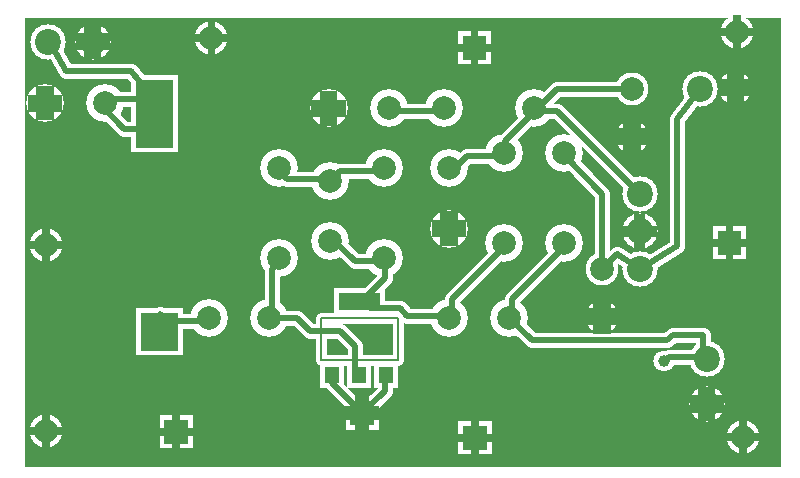
<source format=gbr>
%FSLAX34Y34*%
%MOMM*%
%LNCOPPER_BOTTOM*%
G71*
G01*
%ADD10C,2.800*%
%ADD11C,3.200*%
%ADD12C,2.800*%
%ADD13C,3.000*%
%ADD14C,1.300*%
%ADD15C,2.800*%
%ADD16C,2.800*%
%ADD17C,0.950*%
%ADD18R,2.000X2.200*%
%ADD19C,1.800*%
%ADD20C,1.467*%
%ADD21C,0.973*%
%ADD22C,0.667*%
%ADD23C,1.133*%
%ADD24C,2.000*%
%ADD25C,2.000*%
%ADD26C,2.200*%
%ADD27C,0.500*%
%ADD28C,2.000*%
%ADD29C,2.000*%
%ADD30C,0.150*%
%ADD31R,1.200X1.400*%
%ADD32C,1.000*%
%LPD*%
G36*
X-254000Y263200D02*
X386000Y263200D01*
X386000Y-116800D01*
X-254000Y-116800D01*
X-254000Y263200D01*
G37*
%LPC*%
X260050Y162400D02*
G54D10*
D03*
X260050Y203000D02*
G54D10*
D03*
X49917Y135716D02*
G54D11*
D03*
X49867Y59466D02*
G54D11*
D03*
X49917Y135716D02*
G54D12*
D03*
X-47297Y8874D02*
G54D11*
D03*
X-98278Y8761D02*
G54D11*
D03*
X4308Y74122D02*
G54D11*
D03*
X4195Y125103D02*
G54D11*
D03*
X-38983Y135716D02*
G54D11*
D03*
X-39033Y59466D02*
G54D11*
D03*
X-38983Y135716D02*
G54D12*
D03*
X104733Y8607D02*
G54D11*
D03*
X155714Y8720D02*
G54D11*
D03*
X151517Y148416D02*
G54D11*
D03*
X151467Y72166D02*
G54D11*
D03*
X151517Y148416D02*
G54D12*
D03*
X105051Y84756D02*
G54D11*
D03*
X104939Y135736D02*
G54D11*
D03*
X176908Y186442D02*
G54D11*
D03*
X100658Y186492D02*
G54D11*
D03*
X176908Y186442D02*
G54D12*
D03*
X3133Y186407D02*
G54D11*
D03*
X54114Y186520D02*
G54D11*
D03*
X266400Y114100D02*
G54D13*
D03*
X266400Y82350D02*
G54D13*
D03*
X266400Y50600D02*
G54D13*
D03*
X234650Y50600D02*
G54D10*
D03*
X234650Y10000D02*
G54D10*
D03*
X202317Y148416D02*
G54D11*
D03*
X202267Y72166D02*
G54D11*
D03*
X202317Y148416D02*
G54D12*
D03*
X105051Y84756D02*
G54D12*
D03*
X3133Y186407D02*
G54D12*
D03*
X260050Y162400D02*
G54D12*
D03*
X234650Y10000D02*
G54D12*
D03*
G54D14*
X-39033Y59466D02*
X-38400Y56950D01*
X-44750Y50600D01*
X-44750Y6150D01*
X-47297Y8874D01*
G54D14*
X-38983Y135716D02*
X-38400Y133150D01*
X-32050Y126800D01*
X6050Y126800D01*
X4195Y125103D01*
G54D14*
X4308Y74122D02*
X6050Y76000D01*
X25100Y56950D01*
X50500Y56950D01*
X49867Y59466D01*
G54D14*
X151467Y72166D02*
X152100Y69650D01*
X107650Y25200D01*
X107650Y6150D01*
X104733Y8607D01*
G54D14*
X202267Y72166D02*
X202900Y69650D01*
X158450Y25200D01*
X158450Y6150D01*
X155714Y8720D01*
G54D14*
X4195Y125103D02*
X6050Y126800D01*
X12400Y133150D01*
X50500Y133150D01*
X49917Y135716D01*
G54D14*
X54114Y186520D02*
X56850Y183950D01*
X101300Y183950D01*
X100658Y186492D01*
G54D14*
X104939Y135736D02*
X107650Y133150D01*
X120350Y145850D01*
X152100Y145850D01*
X151517Y148416D01*
G54D14*
X176908Y186442D02*
X177500Y183950D01*
X152100Y158550D01*
X152100Y145850D01*
X151517Y148416D01*
G54D14*
X266400Y114100D02*
X196550Y183950D01*
X177500Y183950D01*
X176908Y186442D01*
G54D14*
X176908Y186442D02*
X177500Y183950D01*
X196550Y203000D01*
X260050Y203000D01*
G36*
X-160000Y17500D02*
X-120000Y17500D01*
X-120000Y-22500D01*
X-160000Y-22500D01*
X-160000Y17500D01*
G37*
G36*
X-124265Y214595D02*
X-124265Y174595D01*
X-164265Y174595D01*
X-164265Y214595D01*
X-124265Y214595D01*
G37*
G36*
X-124265Y189195D02*
X-124265Y149195D01*
X-164265Y149195D01*
X-164265Y189195D01*
X-124265Y189195D01*
G37*
X-237110Y190844D02*
G54D11*
D03*
X-186129Y190956D02*
G54D11*
D03*
X-237110Y190844D02*
G54D12*
D03*
X-196565Y243095D02*
G54D13*
D03*
X-234665Y243095D02*
G54D13*
D03*
X323300Y-25600D02*
G54D13*
D03*
X323300Y-63700D02*
G54D13*
D03*
X323300Y-63700D02*
G54D12*
D03*
G54D14*
X-140000Y12500D02*
X-133650Y6150D01*
X-95550Y6150D01*
X-98278Y8761D01*
G54D14*
X-186129Y190956D02*
X-188715Y188245D01*
X-182365Y194595D01*
X-144265Y194595D01*
G54D14*
X-186129Y190956D02*
X-188715Y188245D01*
X-169665Y169195D01*
X-144265Y169195D01*
G54D14*
X202317Y148416D02*
X202900Y145850D01*
X234650Y114100D01*
X234650Y50600D01*
G54D14*
X234650Y50600D02*
X247350Y63300D01*
X266400Y50600D01*
X266400Y82350D02*
G54D12*
D03*
X317200Y203000D02*
G54D13*
D03*
G54D14*
X317200Y203000D02*
X298150Y177600D01*
X298150Y69650D01*
X266400Y50600D01*
X266400Y44250D01*
X347621Y204135D02*
G54D15*
D03*
X348950Y251100D02*
G54D16*
D03*
X353950Y-91800D02*
G54D16*
D03*
G36*
X112700Y251800D02*
X140700Y251800D01*
X140700Y223800D01*
X112700Y223800D01*
X112700Y251800D01*
G37*
G36*
X-139800Y-73400D02*
X-111800Y-73400D01*
X-111800Y-101400D01*
X-139800Y-101400D01*
X-139800Y-73400D01*
G37*
G36*
X113100Y-78400D02*
X141100Y-78400D01*
X141100Y-106400D01*
X113100Y-106400D01*
X113100Y-78400D01*
G37*
G36*
X328600Y86700D02*
X356600Y86700D01*
X356600Y58700D01*
X328600Y58700D01*
X328600Y86700D01*
G37*
G54D17*
X-3450Y8602D02*
X-3450Y-26398D01*
X61550Y-26398D01*
X61550Y8602D01*
X-3450Y8602D01*
X6050Y-38898D02*
G54D18*
D03*
X29050Y-38898D02*
G54D18*
D03*
X52050Y-38898D02*
G54D18*
D03*
G36*
X7550Y34102D02*
X50550Y34102D01*
X50550Y12102D01*
X7550Y12102D01*
X7550Y34102D01*
G37*
G36*
X17485Y-57514D02*
X45485Y-57514D01*
X45485Y-85514D01*
X17485Y-85514D01*
X17485Y-57514D01*
G37*
G54D14*
X31485Y-71514D02*
X6085Y-46114D01*
X6085Y-39764D01*
X6050Y-38898D01*
G54D14*
X31485Y-71514D02*
X50535Y-52464D01*
X50535Y-39764D01*
X52050Y-38898D01*
G54D14*
X29050Y23102D02*
X31485Y23736D01*
X50535Y42786D01*
X50535Y61836D01*
X49867Y59466D01*
G54D14*
X29050Y23102D02*
X31485Y23736D01*
X37835Y17386D01*
X63235Y17386D01*
X69585Y11036D01*
X107685Y11036D01*
X104733Y8607D01*
G54D14*
X-47297Y8874D02*
X-23503Y8874D01*
X-12965Y-1664D01*
X12435Y-1664D01*
X25135Y-14364D01*
X25135Y-34983D01*
X29050Y-38898D01*
X287200Y-27000D02*
G54D19*
D03*
G54D14*
X287200Y-27000D02*
X285935Y-28964D01*
X290935Y-23964D01*
X320935Y-23964D01*
X323300Y-25600D01*
X-196565Y243095D02*
G54D12*
D03*
G54D14*
X-234665Y243095D02*
X-234000Y243200D01*
X-219000Y218200D01*
X-164000Y218200D01*
X-144000Y193200D01*
X-144265Y194595D01*
G54D14*
X155714Y8720D02*
X156280Y8720D01*
X175000Y-10000D01*
X290000Y-10000D01*
X295000Y-5000D01*
X320000Y-5000D01*
X320000Y-22300D01*
X323300Y-25600D01*
X-96050Y246100D02*
G54D16*
D03*
X-236050Y-86800D02*
G54D16*
D03*
X-236050Y71100D02*
G54D16*
D03*
%LPD*%
G54D20*
G36*
X97718Y84756D02*
X97718Y99256D01*
X112384Y99256D01*
X112384Y84756D01*
X97718Y84756D01*
G37*
G36*
X105051Y92089D02*
X119551Y92089D01*
X119551Y77422D01*
X105051Y77422D01*
X105051Y92089D01*
G37*
G36*
X112384Y84756D02*
X112384Y70256D01*
X97718Y70256D01*
X97718Y84756D01*
X112384Y84756D01*
G37*
G36*
X105051Y77422D02*
X90551Y77422D01*
X90551Y92089D01*
X105051Y92089D01*
X105051Y77422D01*
G37*
G54D20*
G36*
X-4200Y186407D02*
X-4200Y200907D01*
X10466Y200907D01*
X10466Y186407D01*
X-4200Y186407D01*
G37*
G36*
X3133Y193741D02*
X17633Y193741D01*
X17633Y179074D01*
X3133Y179074D01*
X3133Y193741D01*
G37*
G36*
X10466Y186407D02*
X10466Y171907D01*
X-4200Y171907D01*
X-4200Y186407D01*
X10466Y186407D01*
G37*
G36*
X3133Y179074D02*
X-11367Y179074D01*
X-11367Y193741D01*
X3133Y193741D01*
X3133Y179074D01*
G37*
G54D20*
G36*
X252717Y162400D02*
X252717Y176900D01*
X267383Y176900D01*
X267383Y162400D01*
X252717Y162400D01*
G37*
G36*
X260050Y169733D02*
X274550Y169733D01*
X274550Y155067D01*
X260050Y155067D01*
X260050Y169733D01*
G37*
G36*
X267383Y162400D02*
X267383Y147900D01*
X252717Y147900D01*
X252717Y162400D01*
X267383Y162400D01*
G37*
G36*
X260050Y155067D02*
X245550Y155067D01*
X245550Y169733D01*
X260050Y169733D01*
X260050Y155067D01*
G37*
G54D20*
G36*
X227317Y10000D02*
X227317Y24500D01*
X241983Y24500D01*
X241983Y10000D01*
X227317Y10000D01*
G37*
G36*
X234650Y17333D02*
X249150Y17333D01*
X249150Y2667D01*
X234650Y2667D01*
X234650Y17333D01*
G37*
G36*
X241983Y10000D02*
X241983Y-4500D01*
X227317Y-4500D01*
X227317Y10000D01*
X241983Y10000D01*
G37*
G36*
X234650Y2667D02*
X220150Y2667D01*
X220150Y17333D01*
X234650Y17333D01*
X234650Y2667D01*
G37*
G54D20*
G36*
X-237110Y198177D02*
X-222610Y198177D01*
X-222610Y183511D01*
X-237110Y183511D01*
X-237110Y198177D01*
G37*
G36*
X-229776Y190844D02*
X-229776Y176344D01*
X-244443Y176344D01*
X-244443Y190844D01*
X-229776Y190844D01*
G37*
G36*
X-237110Y183511D02*
X-251610Y183511D01*
X-251610Y198177D01*
X-237110Y198177D01*
X-237110Y183511D01*
G37*
G36*
X-244443Y190844D02*
X-244443Y205344D01*
X-229776Y205344D01*
X-229776Y190844D01*
X-244443Y190844D01*
G37*
G54D20*
G36*
X315967Y-63700D02*
X315967Y-49200D01*
X330633Y-49200D01*
X330633Y-63700D01*
X315967Y-63700D01*
G37*
G36*
X323300Y-56367D02*
X337800Y-56367D01*
X337800Y-71033D01*
X323300Y-71033D01*
X323300Y-56367D01*
G37*
G36*
X330633Y-63700D02*
X330633Y-78200D01*
X315967Y-78200D01*
X315967Y-63700D01*
X330633Y-63700D01*
G37*
G36*
X323300Y-71033D02*
X308800Y-71033D01*
X308800Y-56367D01*
X323300Y-56367D01*
X323300Y-71033D01*
G37*
G54D21*
G36*
X261533Y82350D02*
X261533Y96850D01*
X271267Y96850D01*
X271267Y82350D01*
X261533Y82350D01*
G37*
G36*
X266400Y87217D02*
X280900Y87217D01*
X280900Y77483D01*
X266400Y77483D01*
X266400Y87217D01*
G37*
G36*
X271267Y82350D02*
X271267Y67850D01*
X261533Y67850D01*
X261533Y82350D01*
X271267Y82350D01*
G37*
G36*
X266400Y77483D02*
X251900Y77483D01*
X251900Y87217D01*
X266400Y87217D01*
X266400Y77483D01*
G37*
G54D20*
G36*
X340288Y204135D02*
X340288Y218635D01*
X354954Y218635D01*
X354954Y204135D01*
X340288Y204135D01*
G37*
G36*
X347621Y211468D02*
X362121Y211468D01*
X362121Y196802D01*
X347621Y196802D01*
X347621Y211468D01*
G37*
G36*
X354954Y204135D02*
X354954Y189635D01*
X340288Y189635D01*
X340288Y204135D01*
X354954Y204135D01*
G37*
G36*
X347621Y196802D02*
X333121Y196802D01*
X333121Y211468D01*
X347621Y211468D01*
X347621Y196802D01*
G37*
G54D22*
G36*
X345617Y251100D02*
X345617Y265600D01*
X352283Y265600D01*
X352283Y251100D01*
X345617Y251100D01*
G37*
G36*
X348950Y254433D02*
X363450Y254433D01*
X363450Y247767D01*
X348950Y247767D01*
X348950Y254433D01*
G37*
G36*
X352283Y251100D02*
X352283Y236600D01*
X345617Y236600D01*
X345617Y251100D01*
X352283Y251100D01*
G37*
G36*
X348950Y247767D02*
X334450Y247767D01*
X334450Y254433D01*
X348950Y254433D01*
X348950Y247767D01*
G37*
G54D22*
G36*
X350617Y-91800D02*
X350617Y-77300D01*
X357283Y-77300D01*
X357283Y-91800D01*
X350617Y-91800D01*
G37*
G36*
X353950Y-88467D02*
X368450Y-88467D01*
X368450Y-95133D01*
X353950Y-95133D01*
X353950Y-88467D01*
G37*
G36*
X357283Y-91800D02*
X357283Y-106300D01*
X350617Y-106300D01*
X350617Y-91800D01*
X357283Y-91800D01*
G37*
G36*
X353950Y-95133D02*
X339450Y-95133D01*
X339450Y-88467D01*
X353950Y-88467D01*
X353950Y-95133D01*
G37*
G54D22*
G36*
X123367Y237800D02*
X123367Y252300D01*
X130033Y252300D01*
X130033Y237800D01*
X123367Y237800D01*
G37*
G36*
X126700Y241133D02*
X141200Y241133D01*
X141200Y234467D01*
X126700Y234467D01*
X126700Y241133D01*
G37*
G36*
X130033Y237800D02*
X130033Y223300D01*
X123367Y223300D01*
X123367Y237800D01*
X130033Y237800D01*
G37*
G36*
X126700Y234467D02*
X112200Y234467D01*
X112200Y241133D01*
X126700Y241133D01*
X126700Y234467D01*
G37*
G54D22*
G36*
X-129133Y-87400D02*
X-129133Y-72900D01*
X-122467Y-72900D01*
X-122467Y-87400D01*
X-129133Y-87400D01*
G37*
G36*
X-125800Y-84067D02*
X-111300Y-84067D01*
X-111300Y-90733D01*
X-125800Y-90733D01*
X-125800Y-84067D01*
G37*
G36*
X-122467Y-87400D02*
X-122467Y-101900D01*
X-129133Y-101900D01*
X-129133Y-87400D01*
X-122467Y-87400D01*
G37*
G36*
X-125800Y-90733D02*
X-140300Y-90733D01*
X-140300Y-84067D01*
X-125800Y-84067D01*
X-125800Y-90733D01*
G37*
G54D22*
G36*
X123767Y-92400D02*
X123767Y-77900D01*
X130433Y-77900D01*
X130433Y-92400D01*
X123767Y-92400D01*
G37*
G36*
X127100Y-89067D02*
X141600Y-89067D01*
X141600Y-95733D01*
X127100Y-95733D01*
X127100Y-89067D01*
G37*
G36*
X130433Y-92400D02*
X130433Y-106900D01*
X123767Y-106900D01*
X123767Y-92400D01*
X130433Y-92400D01*
G37*
G36*
X127100Y-95733D02*
X112600Y-95733D01*
X112600Y-89067D01*
X127100Y-89067D01*
X127100Y-95733D01*
G37*
G54D22*
G36*
X339267Y72700D02*
X339267Y87200D01*
X345933Y87200D01*
X345933Y72700D01*
X339267Y72700D01*
G37*
G36*
X342600Y76033D02*
X357100Y76033D01*
X357100Y69367D01*
X342600Y69367D01*
X342600Y76033D01*
G37*
G36*
X345933Y72700D02*
X345933Y58200D01*
X339267Y58200D01*
X339267Y72700D01*
X345933Y72700D01*
G37*
G36*
X342600Y69367D02*
X328100Y69367D01*
X328100Y76033D01*
X342600Y76033D01*
X342600Y69367D01*
G37*
G54D23*
G36*
X25818Y-71514D02*
X25818Y-57014D01*
X37152Y-57014D01*
X37152Y-71514D01*
X25818Y-71514D01*
G37*
G36*
X31485Y-65847D02*
X45985Y-65847D01*
X45985Y-77181D01*
X31485Y-77181D01*
X31485Y-65847D01*
G37*
G36*
X37152Y-71514D02*
X37152Y-86014D01*
X25818Y-86014D01*
X25818Y-71514D01*
X37152Y-71514D01*
G37*
G36*
X31485Y-77181D02*
X16985Y-77181D01*
X16985Y-65847D01*
X31485Y-65847D01*
X31485Y-77181D01*
G37*
G54D20*
G36*
X-196565Y250428D02*
X-182065Y250428D01*
X-182065Y235762D01*
X-196565Y235762D01*
X-196565Y250428D01*
G37*
G36*
X-189232Y243095D02*
X-189232Y228595D01*
X-203898Y228595D01*
X-203898Y243095D01*
X-189232Y243095D01*
G37*
G36*
X-196565Y235762D02*
X-211065Y235762D01*
X-211065Y250428D01*
X-196565Y250428D01*
X-196565Y235762D01*
G37*
G36*
X-203898Y243095D02*
X-203898Y257595D01*
X-189232Y257595D01*
X-189232Y243095D01*
X-203898Y243095D01*
G37*
G54D22*
G36*
X-99383Y246100D02*
X-99383Y260600D01*
X-92717Y260600D01*
X-92717Y246100D01*
X-99383Y246100D01*
G37*
G36*
X-96050Y249433D02*
X-81550Y249433D01*
X-81550Y242767D01*
X-96050Y242767D01*
X-96050Y249433D01*
G37*
G36*
X-92717Y246100D02*
X-92717Y231600D01*
X-99383Y231600D01*
X-99383Y246100D01*
X-92717Y246100D01*
G37*
G36*
X-96050Y242767D02*
X-110550Y242767D01*
X-110550Y249433D01*
X-96050Y249433D01*
X-96050Y242767D01*
G37*
G54D22*
G36*
X-239383Y-86800D02*
X-239383Y-72300D01*
X-232717Y-72300D01*
X-232717Y-86800D01*
X-239383Y-86800D01*
G37*
G36*
X-236050Y-83467D02*
X-221550Y-83467D01*
X-221550Y-90133D01*
X-236050Y-90133D01*
X-236050Y-83467D01*
G37*
G36*
X-232717Y-86800D02*
X-232717Y-101300D01*
X-239383Y-101300D01*
X-239383Y-86800D01*
X-232717Y-86800D01*
G37*
G36*
X-236050Y-90133D02*
X-250550Y-90133D01*
X-250550Y-83467D01*
X-236050Y-83467D01*
X-236050Y-90133D01*
G37*
G54D22*
G36*
X-239383Y71100D02*
X-239383Y85600D01*
X-232717Y85600D01*
X-232717Y71100D01*
X-239383Y71100D01*
G37*
G36*
X-236050Y74433D02*
X-221550Y74433D01*
X-221550Y67767D01*
X-236050Y67767D01*
X-236050Y74433D01*
G37*
G36*
X-232717Y71100D02*
X-232717Y56600D01*
X-239383Y56600D01*
X-239383Y71100D01*
X-232717Y71100D01*
G37*
G36*
X-236050Y67767D02*
X-250550Y67767D01*
X-250550Y74433D01*
X-236050Y74433D01*
X-236050Y67767D01*
G37*
X260050Y162400D02*
G54D24*
D03*
X260050Y203000D02*
G54D24*
D03*
X49917Y135716D02*
G54D24*
D03*
X49867Y59466D02*
G54D24*
D03*
X49917Y135716D02*
G54D25*
D03*
X-47297Y8874D02*
G54D24*
D03*
X-98278Y8761D02*
G54D24*
D03*
X4308Y74122D02*
G54D24*
D03*
X4195Y125103D02*
G54D24*
D03*
X-38983Y135716D02*
G54D24*
D03*
X-39033Y59466D02*
G54D24*
D03*
X-38983Y135716D02*
G54D25*
D03*
X104733Y8607D02*
G54D24*
D03*
X155714Y8720D02*
G54D24*
D03*
X151517Y148416D02*
G54D24*
D03*
X151467Y72166D02*
G54D24*
D03*
X151517Y148416D02*
G54D25*
D03*
X105051Y84756D02*
G54D24*
D03*
X104939Y135736D02*
G54D24*
D03*
X176908Y186442D02*
G54D24*
D03*
X100658Y186492D02*
G54D24*
D03*
X176908Y186442D02*
G54D25*
D03*
X3133Y186407D02*
G54D24*
D03*
X54114Y186520D02*
G54D24*
D03*
X266400Y114100D02*
G54D26*
D03*
X266400Y82350D02*
G54D26*
D03*
X266400Y50600D02*
G54D26*
D03*
X234650Y50600D02*
G54D24*
D03*
X234650Y10000D02*
G54D24*
D03*
X202317Y148416D02*
G54D24*
D03*
X202267Y72166D02*
G54D24*
D03*
X202317Y148416D02*
G54D25*
D03*
X105051Y84756D02*
G54D25*
D03*
X3133Y186407D02*
G54D25*
D03*
X260050Y162400D02*
G54D25*
D03*
X234650Y10000D02*
G54D25*
D03*
G54D27*
X-39033Y59466D02*
X-38400Y56950D01*
X-44750Y50600D01*
X-44750Y6150D01*
X-47297Y8874D01*
G54D27*
X-38983Y135716D02*
X-38400Y133150D01*
X-32050Y126800D01*
X6050Y126800D01*
X4195Y125103D01*
G54D27*
X4308Y74122D02*
X6050Y76000D01*
X25100Y56950D01*
X50500Y56950D01*
X49867Y59466D01*
G54D27*
X151467Y72166D02*
X152100Y69650D01*
X107650Y25200D01*
X107650Y6150D01*
X104733Y8607D01*
G54D27*
X202267Y72166D02*
X202900Y69650D01*
X158450Y25200D01*
X158450Y6150D01*
X155714Y8720D01*
G54D27*
X4195Y125103D02*
X6050Y126800D01*
X12400Y133150D01*
X50500Y133150D01*
X49917Y135716D01*
G54D27*
X54114Y186520D02*
X56850Y183950D01*
X101300Y183950D01*
X100658Y186492D01*
G54D27*
X104939Y135736D02*
X107650Y133150D01*
X120350Y145850D01*
X152100Y145850D01*
X151517Y148416D01*
G54D27*
X176908Y186442D02*
X177500Y183950D01*
X152100Y158550D01*
X152100Y145850D01*
X151517Y148416D01*
G54D27*
X266400Y114100D02*
X196550Y183950D01*
X177500Y183950D01*
X176908Y186442D01*
G54D27*
X176908Y186442D02*
X177500Y183950D01*
X196550Y203000D01*
X260050Y203000D01*
G36*
X-156000Y13500D02*
X-124000Y13500D01*
X-124000Y-18500D01*
X-156000Y-18500D01*
X-156000Y13500D01*
G37*
G36*
X-128265Y210595D02*
X-128265Y178595D01*
X-160265Y178595D01*
X-160265Y210595D01*
X-128265Y210595D01*
G37*
G36*
X-128265Y185195D02*
X-128265Y153195D01*
X-160265Y153195D01*
X-160265Y185195D01*
X-128265Y185195D01*
G37*
X-237110Y190844D02*
G54D24*
D03*
X-186129Y190956D02*
G54D24*
D03*
X-237110Y190844D02*
G54D25*
D03*
X-196565Y243095D02*
G54D26*
D03*
X-234665Y243095D02*
G54D26*
D03*
X323300Y-25600D02*
G54D26*
D03*
X323300Y-63700D02*
G54D26*
D03*
X323300Y-63700D02*
G54D25*
D03*
G54D27*
X-140000Y12500D02*
X-133650Y6150D01*
X-95550Y6150D01*
X-98278Y8761D01*
G54D27*
X-186129Y190956D02*
X-188715Y188245D01*
X-182365Y194595D01*
X-144265Y194595D01*
G54D27*
X-186129Y190956D02*
X-188715Y188245D01*
X-169665Y169195D01*
X-144265Y169195D01*
G54D27*
X202317Y148416D02*
X202900Y145850D01*
X234650Y114100D01*
X234650Y50600D01*
G54D27*
X234650Y50600D02*
X247350Y63300D01*
X266400Y50600D01*
X266400Y82350D02*
G54D25*
D03*
X317200Y203000D02*
G54D26*
D03*
G54D27*
X317200Y203000D02*
X298150Y177600D01*
X298150Y69650D01*
X266400Y50600D01*
X266400Y44250D01*
X347621Y204135D02*
G54D28*
D03*
X348950Y251100D02*
G54D29*
D03*
X353950Y-91800D02*
G54D29*
D03*
G36*
X116700Y247800D02*
X136700Y247800D01*
X136700Y227800D01*
X116700Y227800D01*
X116700Y247800D01*
G37*
G36*
X-135800Y-77400D02*
X-115800Y-77400D01*
X-115800Y-97400D01*
X-135800Y-97400D01*
X-135800Y-77400D01*
G37*
G36*
X117100Y-82400D02*
X137100Y-82400D01*
X137100Y-102400D01*
X117100Y-102400D01*
X117100Y-82400D01*
G37*
G36*
X332600Y82700D02*
X352600Y82700D01*
X352600Y62700D01*
X332600Y62700D01*
X332600Y82700D01*
G37*
G54D30*
X-3450Y8602D02*
X-3450Y-26398D01*
X61550Y-26398D01*
X61550Y8602D01*
X-3450Y8602D01*
X6050Y-38898D02*
G54D31*
D03*
X29050Y-38898D02*
G54D31*
D03*
X52050Y-38898D02*
G54D31*
D03*
G36*
X11550Y30102D02*
X46550Y30102D01*
X46550Y16102D01*
X11550Y16102D01*
X11550Y30102D01*
G37*
G36*
X21485Y-61514D02*
X41485Y-61514D01*
X41485Y-81514D01*
X21485Y-81514D01*
X21485Y-61514D01*
G37*
G54D27*
X31485Y-71514D02*
X6085Y-46114D01*
X6085Y-39764D01*
X6050Y-38898D01*
G54D27*
X31485Y-71514D02*
X50535Y-52464D01*
X50535Y-39764D01*
X52050Y-38898D01*
G54D27*
X29050Y23102D02*
X31485Y23736D01*
X50535Y42786D01*
X50535Y61836D01*
X49867Y59466D01*
G54D27*
X29050Y23102D02*
X31485Y23736D01*
X37835Y17386D01*
X63235Y17386D01*
X69585Y11036D01*
X107685Y11036D01*
X104733Y8607D01*
G54D27*
X-47297Y8874D02*
X-23503Y8874D01*
X-12965Y-1664D01*
X12435Y-1664D01*
X25135Y-14364D01*
X25135Y-34983D01*
X29050Y-38898D01*
X287200Y-27000D02*
G54D32*
D03*
G54D27*
X287200Y-27000D02*
X285935Y-28964D01*
X290935Y-23964D01*
X320935Y-23964D01*
X323300Y-25600D01*
X-196565Y243095D02*
G54D25*
D03*
G54D27*
X-234665Y243095D02*
X-234000Y243200D01*
X-219000Y218200D01*
X-164000Y218200D01*
X-144000Y193200D01*
X-144265Y194595D01*
G54D27*
X155714Y8720D02*
X156280Y8720D01*
X175000Y-10000D01*
X290000Y-10000D01*
X295000Y-5000D01*
X320000Y-5000D01*
X320000Y-22300D01*
X323300Y-25600D01*
X-96050Y246100D02*
G54D29*
D03*
X-236050Y-86800D02*
G54D29*
D03*
X-236050Y71100D02*
G54D29*
D03*
M02*

</source>
